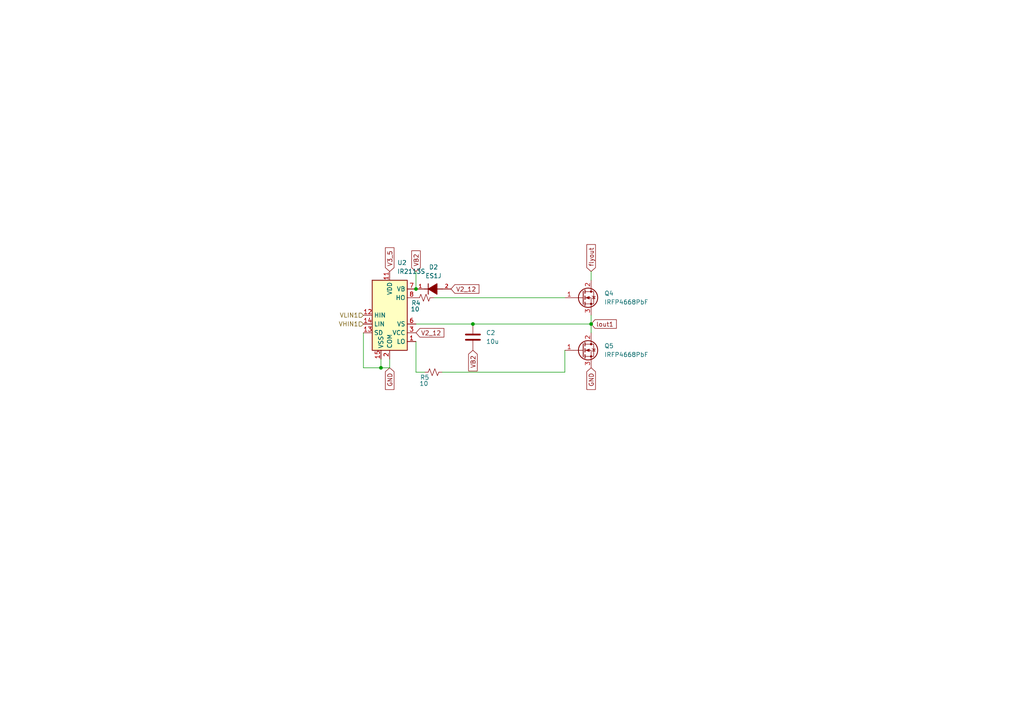
<source format=kicad_sch>
(kicad_sch
	(version 20231120)
	(generator "eeschema")
	(generator_version "8.0")
	(uuid "08e67e08-c9a3-4744-800e-c7fa87bafeb2")
	(paper "A4")
	(lib_symbols
		(symbol "Device:C"
			(pin_numbers hide)
			(pin_names
				(offset 0.254)
			)
			(exclude_from_sim no)
			(in_bom yes)
			(on_board yes)
			(property "Reference" "C"
				(at 0.635 2.54 0)
				(effects
					(font
						(size 1.27 1.27)
					)
					(justify left)
				)
			)
			(property "Value" "C"
				(at 0.635 -2.54 0)
				(effects
					(font
						(size 1.27 1.27)
					)
					(justify left)
				)
			)
			(property "Footprint" ""
				(at 0.9652 -3.81 0)
				(effects
					(font
						(size 1.27 1.27)
					)
					(hide yes)
				)
			)
			(property "Datasheet" "~"
				(at 0 0 0)
				(effects
					(font
						(size 1.27 1.27)
					)
					(hide yes)
				)
			)
			(property "Description" "Unpolarized capacitor"
				(at 0 0 0)
				(effects
					(font
						(size 1.27 1.27)
					)
					(hide yes)
				)
			)
			(property "ki_keywords" "cap capacitor"
				(at 0 0 0)
				(effects
					(font
						(size 1.27 1.27)
					)
					(hide yes)
				)
			)
			(property "ki_fp_filters" "C_*"
				(at 0 0 0)
				(effects
					(font
						(size 1.27 1.27)
					)
					(hide yes)
				)
			)
			(symbol "C_0_1"
				(polyline
					(pts
						(xy -2.032 -0.762) (xy 2.032 -0.762)
					)
					(stroke
						(width 0.508)
						(type default)
					)
					(fill
						(type none)
					)
				)
				(polyline
					(pts
						(xy -2.032 0.762) (xy 2.032 0.762)
					)
					(stroke
						(width 0.508)
						(type default)
					)
					(fill
						(type none)
					)
				)
			)
			(symbol "C_1_1"
				(pin passive line
					(at 0 3.81 270)
					(length 2.794)
					(name "~"
						(effects
							(font
								(size 1.27 1.27)
							)
						)
					)
					(number "1"
						(effects
							(font
								(size 1.27 1.27)
							)
						)
					)
				)
				(pin passive line
					(at 0 -3.81 90)
					(length 2.794)
					(name "~"
						(effects
							(font
								(size 1.27 1.27)
							)
						)
					)
					(number "2"
						(effects
							(font
								(size 1.27 1.27)
							)
						)
					)
				)
			)
		)
		(symbol "Device:R_Small_US"
			(pin_numbers hide)
			(pin_names
				(offset 0.254) hide)
			(exclude_from_sim no)
			(in_bom yes)
			(on_board yes)
			(property "Reference" "R"
				(at 0.762 0.508 0)
				(effects
					(font
						(size 1.27 1.27)
					)
					(justify left)
				)
			)
			(property "Value" "R_Small_US"
				(at 0.762 -1.016 0)
				(effects
					(font
						(size 1.27 1.27)
					)
					(justify left)
				)
			)
			(property "Footprint" ""
				(at 0 0 0)
				(effects
					(font
						(size 1.27 1.27)
					)
					(hide yes)
				)
			)
			(property "Datasheet" "~"
				(at 0 0 0)
				(effects
					(font
						(size 1.27 1.27)
					)
					(hide yes)
				)
			)
			(property "Description" "Resistor, small US symbol"
				(at 0 0 0)
				(effects
					(font
						(size 1.27 1.27)
					)
					(hide yes)
				)
			)
			(property "ki_keywords" "r resistor"
				(at 0 0 0)
				(effects
					(font
						(size 1.27 1.27)
					)
					(hide yes)
				)
			)
			(property "ki_fp_filters" "R_*"
				(at 0 0 0)
				(effects
					(font
						(size 1.27 1.27)
					)
					(hide yes)
				)
			)
			(symbol "R_Small_US_1_1"
				(polyline
					(pts
						(xy 0 0) (xy 1.016 -0.381) (xy 0 -0.762) (xy -1.016 -1.143) (xy 0 -1.524)
					)
					(stroke
						(width 0)
						(type default)
					)
					(fill
						(type none)
					)
				)
				(polyline
					(pts
						(xy 0 1.524) (xy 1.016 1.143) (xy 0 0.762) (xy -1.016 0.381) (xy 0 0)
					)
					(stroke
						(width 0)
						(type default)
					)
					(fill
						(type none)
					)
				)
				(pin passive line
					(at 0 2.54 270)
					(length 1.016)
					(name "~"
						(effects
							(font
								(size 1.27 1.27)
							)
						)
					)
					(number "1"
						(effects
							(font
								(size 1.27 1.27)
							)
						)
					)
				)
				(pin passive line
					(at 0 -2.54 90)
					(length 1.016)
					(name "~"
						(effects
							(font
								(size 1.27 1.27)
							)
						)
					)
					(number "2"
						(effects
							(font
								(size 1.27 1.27)
							)
						)
					)
				)
			)
		)
		(symbol "Driver_FET:IR2113S"
			(exclude_from_sim no)
			(in_bom yes)
			(on_board yes)
			(property "Reference" "U"
				(at 1.27 13.335 0)
				(effects
					(font
						(size 1.27 1.27)
					)
					(justify left)
				)
			)
			(property "Value" "IR2113S"
				(at 1.27 11.43 0)
				(effects
					(font
						(size 1.27 1.27)
					)
					(justify left)
				)
			)
			(property "Footprint" "Package_SO:SOIC-16W_7.5x10.3mm_P1.27mm"
				(at 0 0 0)
				(effects
					(font
						(size 1.27 1.27)
						(italic yes)
					)
					(hide yes)
				)
			)
			(property "Datasheet" "https://www.infineon.com/dgdl/ir2110.pdf?fileId=5546d462533600a4015355c80333167e"
				(at 0 0 0)
				(effects
					(font
						(size 1.27 1.27)
					)
					(hide yes)
				)
			)
			(property "Description" "High and Low Side Driver, 500V, 2.0/2.0A, SOIC-16W"
				(at 0 0 0)
				(effects
					(font
						(size 1.27 1.27)
					)
					(hide yes)
				)
			)
			(property "ki_keywords" "Gate Driver"
				(at 0 0 0)
				(effects
					(font
						(size 1.27 1.27)
					)
					(hide yes)
				)
			)
			(property "ki_fp_filters" "SOIC*7.5x10.3mm*P1.27mm*"
				(at 0 0 0)
				(effects
					(font
						(size 1.27 1.27)
					)
					(hide yes)
				)
			)
			(symbol "IR2113S_0_1"
				(rectangle
					(start -5.08 -10.16)
					(end 5.08 10.16)
					(stroke
						(width 0.254)
						(type default)
					)
					(fill
						(type background)
					)
				)
			)
			(symbol "IR2113S_1_1"
				(pin output line
					(at 7.62 -7.62 180)
					(length 2.54)
					(name "LO"
						(effects
							(font
								(size 1.27 1.27)
							)
						)
					)
					(number "1"
						(effects
							(font
								(size 1.27 1.27)
							)
						)
					)
				)
				(pin no_connect line
					(at 5.08 2.54 180)
					(length 2.54) hide
					(name "NC"
						(effects
							(font
								(size 1.27 1.27)
							)
						)
					)
					(number "10"
						(effects
							(font
								(size 1.27 1.27)
							)
						)
					)
				)
				(pin power_in line
					(at 0 12.7 270)
					(length 2.54)
					(name "VDD"
						(effects
							(font
								(size 1.27 1.27)
							)
						)
					)
					(number "11"
						(effects
							(font
								(size 1.27 1.27)
							)
						)
					)
				)
				(pin input line
					(at -7.62 0 0)
					(length 2.54)
					(name "HIN"
						(effects
							(font
								(size 1.27 1.27)
							)
						)
					)
					(number "12"
						(effects
							(font
								(size 1.27 1.27)
							)
						)
					)
				)
				(pin input line
					(at -7.62 -5.08 0)
					(length 2.54)
					(name "SD"
						(effects
							(font
								(size 1.27 1.27)
							)
						)
					)
					(number "13"
						(effects
							(font
								(size 1.27 1.27)
							)
						)
					)
				)
				(pin input line
					(at -7.62 -2.54 0)
					(length 2.54)
					(name "LIN"
						(effects
							(font
								(size 1.27 1.27)
							)
						)
					)
					(number "14"
						(effects
							(font
								(size 1.27 1.27)
							)
						)
					)
				)
				(pin power_in line
					(at -2.54 -12.7 90)
					(length 2.54)
					(name "VSS"
						(effects
							(font
								(size 1.27 1.27)
							)
						)
					)
					(number "15"
						(effects
							(font
								(size 1.27 1.27)
							)
						)
					)
				)
				(pin no_connect line
					(at 5.08 0 180)
					(length 2.54) hide
					(name "NC"
						(effects
							(font
								(size 1.27 1.27)
							)
						)
					)
					(number "16"
						(effects
							(font
								(size 1.27 1.27)
							)
						)
					)
				)
				(pin power_in line
					(at 0 -12.7 90)
					(length 2.54)
					(name "COM"
						(effects
							(font
								(size 1.27 1.27)
							)
						)
					)
					(number "2"
						(effects
							(font
								(size 1.27 1.27)
							)
						)
					)
				)
				(pin power_in line
					(at 7.62 -5.08 180)
					(length 2.54)
					(name "VCC"
						(effects
							(font
								(size 1.27 1.27)
							)
						)
					)
					(number "3"
						(effects
							(font
								(size 1.27 1.27)
							)
						)
					)
				)
				(pin no_connect line
					(at -5.08 7.62 0)
					(length 2.54) hide
					(name "NC"
						(effects
							(font
								(size 1.27 1.27)
							)
						)
					)
					(number "4"
						(effects
							(font
								(size 1.27 1.27)
							)
						)
					)
				)
				(pin no_connect line
					(at -5.08 5.08 0)
					(length 2.54) hide
					(name "NC"
						(effects
							(font
								(size 1.27 1.27)
							)
						)
					)
					(number "5"
						(effects
							(font
								(size 1.27 1.27)
							)
						)
					)
				)
				(pin passive line
					(at 7.62 -2.54 180)
					(length 2.54)
					(name "VS"
						(effects
							(font
								(size 1.27 1.27)
							)
						)
					)
					(number "6"
						(effects
							(font
								(size 1.27 1.27)
							)
						)
					)
				)
				(pin passive line
					(at 7.62 7.62 180)
					(length 2.54)
					(name "VB"
						(effects
							(font
								(size 1.27 1.27)
							)
						)
					)
					(number "7"
						(effects
							(font
								(size 1.27 1.27)
							)
						)
					)
				)
				(pin output line
					(at 7.62 5.08 180)
					(length 2.54)
					(name "HO"
						(effects
							(font
								(size 1.27 1.27)
							)
						)
					)
					(number "8"
						(effects
							(font
								(size 1.27 1.27)
							)
						)
					)
				)
				(pin no_connect line
					(at -5.08 2.54 0)
					(length 2.54) hide
					(name "NC"
						(effects
							(font
								(size 1.27 1.27)
							)
						)
					)
					(number "9"
						(effects
							(font
								(size 1.27 1.27)
							)
						)
					)
				)
			)
		)
		(symbol "ES1J:ES1J"
			(pin_names
				(offset 1.016)
			)
			(exclude_from_sim no)
			(in_bom yes)
			(on_board yes)
			(property "Reference" "D"
				(at 6.096 -5.08 0)
				(effects
					(font
						(size 1.27 1.27)
					)
					(justify left bottom)
				)
			)
			(property "Value" "ES1J"
				(at 6.096 -7.62 0)
				(effects
					(font
						(size 1.27 1.27)
					)
					(justify left bottom)
				)
			)
			(property "Footprint" "ES1J:DIOM5227X250N"
				(at 0 0 0)
				(effects
					(font
						(size 1.27 1.27)
					)
					(justify bottom)
					(hide yes)
				)
			)
			(property "Datasheet" ""
				(at 0 0 0)
				(effects
					(font
						(size 1.27 1.27)
					)
					(hide yes)
				)
			)
			(property "Description" ""
				(at 0 0 0)
				(effects
					(font
						(size 1.27 1.27)
					)
					(hide yes)
				)
			)
			(property "SnapEDA_Link" "https://www.snapeda.com/parts/ES1J/Onsemi/view-part/?ref=snap"
				(at 0 0 0)
				(effects
					(font
						(size 1.27 1.27)
					)
					(justify bottom)
					(hide yes)
				)
			)
			(property "E" "2.725"
				(at 0 0 0)
				(effects
					(font
						(size 1.27 1.27)
					)
					(justify bottom)
					(hide yes)
				)
			)
			(property "D" "5.2"
				(at 0 0 0)
				(effects
					(font
						(size 1.27 1.27)
					)
					(justify bottom)
					(hide yes)
				)
			)
			(property "FAMILY" "diode"
				(at 0 0 0)
				(effects
					(font
						(size 1.27 1.27)
					)
					(justify bottom)
					(hide yes)
				)
			)
			(property "Package" "SMA-2 ON Semiconductor"
				(at 0 0 0)
				(effects
					(font
						(size 1.27 1.27)
					)
					(justify bottom)
					(hide yes)
				)
			)
			(property "b-" "0.225"
				(at 0 0 0)
				(effects
					(font
						(size 1.27 1.27)
					)
					(justify bottom)
					(hide yes)
				)
			)
			(property "L-" "0.385"
				(at 0 0 0)
				(effects
					(font
						(size 1.27 1.27)
					)
					(justify bottom)
					(hide yes)
				)
			)
			(property "Check_prices" "https://www.snapeda.com/parts/ES1J/Onsemi/view-part/?ref=eda"
				(at 0 0 0)
				(effects
					(font
						(size 1.27 1.27)
					)
					(justify bottom)
					(hide yes)
				)
			)
			(property "L" "1.135"
				(at 0 0 0)
				(effects
					(font
						(size 1.27 1.27)
					)
					(justify bottom)
					(hide yes)
				)
			)
			(property "STANDARD" "IPC-7351B"
				(at 0 0 0)
				(effects
					(font
						(size 1.27 1.27)
					)
					(justify bottom)
					(hide yes)
				)
			)
			(property "PARTREV" "Rev. 2"
				(at 0 0 0)
				(effects
					(font
						(size 1.27 1.27)
					)
					(justify bottom)
					(hide yes)
				)
			)
			(property "MF" "ON Semiconductor"
				(at 0 0 0)
				(effects
					(font
						(size 1.27 1.27)
					)
					(justify bottom)
					(hide yes)
				)
			)
			(property "b NOM" "1.425"
				(at 0 0 0)
				(effects
					(font
						(size 1.27 1.27)
					)
					(justify bottom)
					(hide yes)
				)
			)
			(property "L+" "0.385"
				(at 0 0 0)
				(effects
					(font
						(size 1.27 1.27)
					)
					(justify bottom)
					(hide yes)
				)
			)
			(property "b+" "0.225"
				(at 0 0 0)
				(effects
					(font
						(size 1.27 1.27)
					)
					(justify bottom)
					(hide yes)
				)
			)
			(property "D+" "0.4"
				(at 0 0 0)
				(effects
					(font
						(size 1.27 1.27)
					)
					(justify bottom)
					(hide yes)
				)
			)
			(property "E-" "0.225"
				(at 0 0 0)
				(effects
					(font
						(size 1.27 1.27)
					)
					(justify bottom)
					(hide yes)
				)
			)
			(property "D-" "0.4"
				(at 0 0 0)
				(effects
					(font
						(size 1.27 1.27)
					)
					(justify bottom)
					(hide yes)
				)
			)
			(property "LENGTH NOM" "4.375"
				(at 0 0 0)
				(effects
					(font
						(size 1.27 1.27)
					)
					(justify bottom)
					(hide yes)
				)
			)
			(property "MAXIMUM_PACKAGE_HEIGHT" "2.5 mm"
				(at 0 0 0)
				(effects
					(font
						(size 1.27 1.27)
					)
					(justify bottom)
					(hide yes)
				)
			)
			(property "E+" "0.225"
				(at 0 0 0)
				(effects
					(font
						(size 1.27 1.27)
					)
					(justify bottom)
					(hide yes)
				)
			)
			(property "HEIGHT" "2.5"
				(at 0 0 0)
				(effects
					(font
						(size 1.27 1.27)
					)
					(justify bottom)
					(hide yes)
				)
			)
			(property "Price" "None"
				(at 0 0 0)
				(effects
					(font
						(size 1.27 1.27)
					)
					(justify bottom)
					(hide yes)
				)
			)
			(property "Description_1" "\n                        \n                            Diode Standard 600 V 1A Surface Mount DO-214AD (SMAF)\n                        \n"
				(at 0 0 0)
				(effects
					(font
						(size 1.27 1.27)
					)
					(justify bottom)
					(hide yes)
				)
			)
			(property "MP" "ES1J"
				(at 0 0 0)
				(effects
					(font
						(size 1.27 1.27)
					)
					(justify bottom)
					(hide yes)
				)
			)
			(property "PITCH" "4.065"
				(at 0 0 0)
				(effects
					(font
						(size 1.27 1.27)
					)
					(justify bottom)
					(hide yes)
				)
			)
			(property "MANUFACTURER" "ON Semiconductor"
				(at 0 0 0)
				(effects
					(font
						(size 1.27 1.27)
					)
					(justify bottom)
					(hide yes)
				)
			)
			(property "Availability" "In Stock"
				(at 0 0 0)
				(effects
					(font
						(size 1.27 1.27)
					)
					(justify bottom)
					(hide yes)
				)
			)
			(symbol "ES1J_0_0"
				(polyline
					(pts
						(xy 2.54 -6.096) (xy 2.54 -7.62)
					)
					(stroke
						(width 0.254)
						(type default)
					)
					(fill
						(type none)
					)
				)
				(polyline
					(pts
						(xy 2.54 -2.54) (xy 2.54 -3.556)
					)
					(stroke
						(width 0.254)
						(type default)
					)
					(fill
						(type none)
					)
				)
				(polyline
					(pts
						(xy 4.064 -3.556) (xy 1.016 -3.556)
					)
					(stroke
						(width 0.254)
						(type default)
					)
					(fill
						(type none)
					)
				)
				(polyline
					(pts
						(xy 2.54 -3.556) (xy 1.016 -6.096) (xy 4.064 -6.096) (xy 2.54 -3.556)
					)
					(stroke
						(width 0.254)
						(type default)
					)
					(fill
						(type outline)
					)
				)
				(pin passive line
					(at 2.54 0 270)
					(length 2.54)
					(name "~"
						(effects
							(font
								(size 1.016 1.016)
							)
						)
					)
					(number "1"
						(effects
							(font
								(size 1.016 1.016)
							)
						)
					)
				)
				(pin passive line
					(at 2.54 -10.16 90)
					(length 2.54)
					(name "~"
						(effects
							(font
								(size 1.016 1.016)
							)
						)
					)
					(number "2"
						(effects
							(font
								(size 1.016 1.016)
							)
						)
					)
				)
			)
		)
		(symbol "Transistor_FET:IRFP4668PbF"
			(pin_names hide)
			(exclude_from_sim no)
			(in_bom yes)
			(on_board yes)
			(property "Reference" "Q"
				(at 5.08 1.905 0)
				(effects
					(font
						(size 1.27 1.27)
					)
					(justify left)
				)
			)
			(property "Value" "IRFP4668PbF"
				(at 5.08 0 0)
				(effects
					(font
						(size 1.27 1.27)
					)
					(justify left)
				)
			)
			(property "Footprint" "Package_TO_SOT_THT:TO-247-3_Vertical"
				(at 5.08 -1.905 0)
				(effects
					(font
						(size 1.27 1.27)
						(italic yes)
					)
					(justify left)
					(hide yes)
				)
			)
			(property "Datasheet" "https://www.infineon.com/dgdl/irfp4668pbf.pdf?fileId=5546d462533600a40153562c8528201d"
				(at 5.08 -3.81 0)
				(effects
					(font
						(size 1.27 1.27)
					)
					(justify left)
					(hide yes)
				)
			)
			(property "Description" "130A Id, 200V Vds, N-Channel Power MOSFET, TO-247"
				(at 0 0 0)
				(effects
					(font
						(size 1.27 1.27)
					)
					(hide yes)
				)
			)
			(property "ki_keywords" "N-Channel Power MOSFET"
				(at 0 0 0)
				(effects
					(font
						(size 1.27 1.27)
					)
					(hide yes)
				)
			)
			(property "ki_fp_filters" "TO?247*"
				(at 0 0 0)
				(effects
					(font
						(size 1.27 1.27)
					)
					(hide yes)
				)
			)
			(symbol "IRFP4668PbF_0_1"
				(polyline
					(pts
						(xy 0.254 0) (xy -2.54 0)
					)
					(stroke
						(width 0)
						(type default)
					)
					(fill
						(type none)
					)
				)
				(polyline
					(pts
						(xy 0.254 1.905) (xy 0.254 -1.905)
					)
					(stroke
						(width 0.254)
						(type default)
					)
					(fill
						(type none)
					)
				)
				(polyline
					(pts
						(xy 0.762 -1.27) (xy 0.762 -2.286)
					)
					(stroke
						(width 0.254)
						(type default)
					)
					(fill
						(type none)
					)
				)
				(polyline
					(pts
						(xy 0.762 0.508) (xy 0.762 -0.508)
					)
					(stroke
						(width 0.254)
						(type default)
					)
					(fill
						(type none)
					)
				)
				(polyline
					(pts
						(xy 0.762 2.286) (xy 0.762 1.27)
					)
					(stroke
						(width 0.254)
						(type default)
					)
					(fill
						(type none)
					)
				)
				(polyline
					(pts
						(xy 2.54 2.54) (xy 2.54 1.778)
					)
					(stroke
						(width 0)
						(type default)
					)
					(fill
						(type none)
					)
				)
				(polyline
					(pts
						(xy 2.54 -2.54) (xy 2.54 0) (xy 0.762 0)
					)
					(stroke
						(width 0)
						(type default)
					)
					(fill
						(type none)
					)
				)
				(polyline
					(pts
						(xy 0.762 -1.778) (xy 3.302 -1.778) (xy 3.302 1.778) (xy 0.762 1.778)
					)
					(stroke
						(width 0)
						(type default)
					)
					(fill
						(type none)
					)
				)
				(polyline
					(pts
						(xy 1.016 0) (xy 2.032 0.381) (xy 2.032 -0.381) (xy 1.016 0)
					)
					(stroke
						(width 0)
						(type default)
					)
					(fill
						(type outline)
					)
				)
				(polyline
					(pts
						(xy 2.794 0.508) (xy 2.921 0.381) (xy 3.683 0.381) (xy 3.81 0.254)
					)
					(stroke
						(width 0)
						(type default)
					)
					(fill
						(type none)
					)
				)
				(polyline
					(pts
						(xy 3.302 0.381) (xy 2.921 -0.254) (xy 3.683 -0.254) (xy 3.302 0.381)
					)
					(stroke
						(width 0)
						(type default)
					)
					(fill
						(type none)
					)
				)
				(circle
					(center 1.651 0)
					(radius 2.794)
					(stroke
						(width 0.254)
						(type default)
					)
					(fill
						(type none)
					)
				)
				(circle
					(center 2.54 -1.778)
					(radius 0.254)
					(stroke
						(width 0)
						(type default)
					)
					(fill
						(type outline)
					)
				)
				(circle
					(center 2.54 1.778)
					(radius 0.254)
					(stroke
						(width 0)
						(type default)
					)
					(fill
						(type outline)
					)
				)
			)
			(symbol "IRFP4668PbF_1_1"
				(pin input line
					(at -5.08 0 0)
					(length 2.54)
					(name "G"
						(effects
							(font
								(size 1.27 1.27)
							)
						)
					)
					(number "1"
						(effects
							(font
								(size 1.27 1.27)
							)
						)
					)
				)
				(pin passive line
					(at 2.54 5.08 270)
					(length 2.54)
					(name "D"
						(effects
							(font
								(size 1.27 1.27)
							)
						)
					)
					(number "2"
						(effects
							(font
								(size 1.27 1.27)
							)
						)
					)
				)
				(pin passive line
					(at 2.54 -5.08 90)
					(length 2.54)
					(name "S"
						(effects
							(font
								(size 1.27 1.27)
							)
						)
					)
					(number "3"
						(effects
							(font
								(size 1.27 1.27)
							)
						)
					)
				)
			)
		)
	)
	(junction
		(at 171.45 93.98)
		(diameter 0)
		(color 0 0 0 0)
		(uuid "15b1fed1-58e2-405b-a198-7b28085cfea2")
	)
	(junction
		(at 110.49 106.68)
		(diameter 0)
		(color 0 0 0 0)
		(uuid "a19fc2a4-241e-436b-b69c-bc1740731a05")
	)
	(junction
		(at 120.65 83.82)
		(diameter 0)
		(color 0 0 0 0)
		(uuid "a6c136a0-1d05-4d42-bc22-3943267b7f13")
	)
	(junction
		(at 137.16 93.98)
		(diameter 0)
		(color 0 0 0 0)
		(uuid "c5e337ac-f9f0-4931-baed-72733ddc1ca0")
	)
	(wire
		(pts
			(xy 171.45 93.98) (xy 171.45 96.52)
		)
		(stroke
			(width 0)
			(type default)
		)
		(uuid "18554665-7d02-4023-bff7-9e7ac1340171")
	)
	(wire
		(pts
			(xy 110.49 104.14) (xy 110.49 106.68)
		)
		(stroke
			(width 0)
			(type default)
		)
		(uuid "22581ada-d0ac-42b0-9f8a-8bc65fe5a4c7")
	)
	(wire
		(pts
			(xy 171.45 78.74) (xy 171.45 81.28)
		)
		(stroke
			(width 0)
			(type default)
		)
		(uuid "25014055-9ac3-4e58-8892-64b1dde409c2")
	)
	(wire
		(pts
			(xy 163.83 107.95) (xy 163.83 101.6)
		)
		(stroke
			(width 0)
			(type default)
		)
		(uuid "3780d0c5-d686-4d63-ac54-e9f8f065f6fc")
	)
	(wire
		(pts
			(xy 120.65 93.98) (xy 137.16 93.98)
		)
		(stroke
			(width 0)
			(type default)
		)
		(uuid "395bd278-c4ac-4993-916b-db18b2bc568e")
	)
	(wire
		(pts
			(xy 110.49 106.68) (xy 113.03 106.68)
		)
		(stroke
			(width 0)
			(type default)
		)
		(uuid "3f6e1126-118b-45d6-b721-81e95faa1100")
	)
	(wire
		(pts
			(xy 105.41 106.68) (xy 110.49 106.68)
		)
		(stroke
			(width 0)
			(type default)
		)
		(uuid "4e8d4f51-104a-451f-93f7-a3b42f0ea153")
	)
	(wire
		(pts
			(xy 120.65 107.95) (xy 123.19 107.95)
		)
		(stroke
			(width 0)
			(type default)
		)
		(uuid "52cb495b-3d42-485a-82cb-4e29cb6b156d")
	)
	(wire
		(pts
			(xy 137.16 93.98) (xy 171.45 93.98)
		)
		(stroke
			(width 0)
			(type default)
		)
		(uuid "6c46fa4b-9c68-407b-a332-68eee2143381")
	)
	(wire
		(pts
			(xy 120.65 99.06) (xy 120.65 107.95)
		)
		(stroke
			(width 0)
			(type default)
		)
		(uuid "7aed5f51-ffa0-4ded-a470-db42f8ca8ca7")
	)
	(wire
		(pts
			(xy 105.41 96.52) (xy 105.41 106.68)
		)
		(stroke
			(width 0)
			(type default)
		)
		(uuid "8a9297be-8ce2-4020-bdef-5d3808e3ec33")
	)
	(wire
		(pts
			(xy 120.65 78.74) (xy 120.65 83.82)
		)
		(stroke
			(width 0)
			(type default)
		)
		(uuid "9f986cf4-782d-4db9-b4fa-dd95dfacf37e")
	)
	(wire
		(pts
			(xy 128.27 107.95) (xy 163.83 107.95)
		)
		(stroke
			(width 0)
			(type default)
		)
		(uuid "bf92dc03-c9ae-4a24-8480-5e9c2b5060e7")
	)
	(wire
		(pts
			(xy 113.03 106.68) (xy 113.03 104.14)
		)
		(stroke
			(width 0)
			(type default)
		)
		(uuid "ca4638bc-e15b-4e1f-8ba6-a567dd58a9ac")
	)
	(wire
		(pts
			(xy 171.45 91.44) (xy 171.45 93.98)
		)
		(stroke
			(width 0)
			(type default)
		)
		(uuid "dee7d5a5-8cfe-445a-ab67-8f7226ca53a2")
	)
	(wire
		(pts
			(xy 125.73 86.36) (xy 163.83 86.36)
		)
		(stroke
			(width 0)
			(type default)
		)
		(uuid "e177dbce-0ee9-4455-b7e9-3e2e478b09ea")
	)
	(global_label "GND"
		(shape input)
		(at 171.45 106.68 270)
		(fields_autoplaced yes)
		(effects
			(font
				(size 1.27 1.27)
			)
			(justify right)
		)
		(uuid "58736753-be05-41f2-8bde-d1941a010d72")
		(property "Intersheetrefs" "${INTERSHEET_REFS}"
			(at 171.45 113.5357 90)
			(effects
				(font
					(size 1.27 1.27)
				)
				(justify right)
				(hide yes)
			)
		)
	)
	(global_label "flyout"
		(shape input)
		(at 171.45 78.74 90)
		(fields_autoplaced yes)
		(effects
			(font
				(size 1.27 1.27)
			)
			(justify left)
		)
		(uuid "6d5ad6d6-ee6e-47e1-a7bb-4367c3294bd1")
		(property "Intersheetrefs" "${INTERSHEET_REFS}"
			(at 171.45 70.3726 90)
			(effects
				(font
					(size 1.27 1.27)
				)
				(justify left)
				(hide yes)
			)
		)
	)
	(global_label "lout1"
		(shape input)
		(at 171.45 93.98 0)
		(fields_autoplaced yes)
		(effects
			(font
				(size 1.27 1.27)
			)
			(justify left)
		)
		(uuid "7059df64-3fab-4a10-8ec7-88419a9bdff6")
		(property "Intersheetrefs" "${INTERSHEET_REFS}"
			(at 179.3336 93.98 0)
			(effects
				(font
					(size 1.27 1.27)
				)
				(justify left)
				(hide yes)
			)
		)
	)
	(global_label "VB2"
		(shape input)
		(at 137.16 101.6 270)
		(fields_autoplaced yes)
		(effects
			(font
				(size 1.27 1.27)
			)
			(justify right)
		)
		(uuid "77f54495-4f19-4c02-8a3b-a123f01b829f")
		(property "Intersheetrefs" "${INTERSHEET_REFS}"
			(at 137.16 108.1533 90)
			(effects
				(font
					(size 1.27 1.27)
				)
				(justify right)
				(hide yes)
			)
		)
	)
	(global_label "V2_12"
		(shape input)
		(at 120.65 96.52 0)
		(fields_autoplaced yes)
		(effects
			(font
				(size 1.27 1.27)
			)
			(justify left)
		)
		(uuid "7cd9a84e-ec72-43c3-936c-3d551d8164b3")
		(property "Intersheetrefs" "${INTERSHEET_REFS}"
			(at 129.3199 96.52 0)
			(effects
				(font
					(size 1.27 1.27)
				)
				(justify left)
				(hide yes)
			)
		)
	)
	(global_label "GND"
		(shape input)
		(at 113.03 106.68 270)
		(fields_autoplaced yes)
		(effects
			(font
				(size 1.27 1.27)
			)
			(justify right)
		)
		(uuid "95af2d27-c1e1-4580-9dc8-7bbde8be34d8")
		(property "Intersheetrefs" "${INTERSHEET_REFS}"
			(at 113.03 113.5357 90)
			(effects
				(font
					(size 1.27 1.27)
				)
				(justify right)
				(hide yes)
			)
		)
	)
	(global_label "V3_5"
		(shape input)
		(at 113.03 78.74 90)
		(fields_autoplaced yes)
		(effects
			(font
				(size 1.27 1.27)
			)
			(justify left)
		)
		(uuid "9c9b0c29-bbf2-4c7c-8f0e-66380360910d")
		(property "Intersheetrefs" "${INTERSHEET_REFS}"
			(at 113.03 71.2796 90)
			(effects
				(font
					(size 1.27 1.27)
				)
				(justify left)
				(hide yes)
			)
		)
	)
	(global_label "VB2"
		(shape input)
		(at 120.65 78.74 90)
		(fields_autoplaced yes)
		(effects
			(font
				(size 1.27 1.27)
			)
			(justify left)
		)
		(uuid "b6763511-2512-4d61-aa37-ebf212edd475")
		(property "Intersheetrefs" "${INTERSHEET_REFS}"
			(at 120.65 72.1867 90)
			(effects
				(font
					(size 1.27 1.27)
				)
				(justify left)
				(hide yes)
			)
		)
	)
	(global_label "V2_12"
		(shape input)
		(at 130.81 83.82 0)
		(fields_autoplaced yes)
		(effects
			(font
				(size 1.27 1.27)
			)
			(justify left)
		)
		(uuid "c2235518-ea21-4a6a-811f-29cbed45b606")
		(property "Intersheetrefs" "${INTERSHEET_REFS}"
			(at 139.4799 83.82 0)
			(effects
				(font
					(size 1.27 1.27)
				)
				(justify left)
				(hide yes)
			)
		)
	)
	(hierarchical_label "VLIN1"
		(shape input)
		(at 105.41 91.44 180)
		(fields_autoplaced yes)
		(effects
			(font
				(size 1.27 1.27)
			)
			(justify right)
		)
		(uuid "cb10e4e6-a1cf-4eeb-99f0-734a31f270cf")
	)
	(hierarchical_label "VHIN1"
		(shape input)
		(at 105.41 93.98 180)
		(fields_autoplaced yes)
		(effects
			(font
				(size 1.27 1.27)
			)
			(justify right)
		)
		(uuid "cd335555-fdce-49f8-b1de-54c4bcf83848")
	)
	(symbol
		(lib_id "Device:R_Small_US")
		(at 125.73 107.95 90)
		(unit 1)
		(exclude_from_sim no)
		(in_bom yes)
		(on_board yes)
		(dnp no)
		(uuid "04e6b4bf-f64e-4b0f-b8b0-756a95821934")
		(property "Reference" "R5"
			(at 123.19 109.474 90)
			(effects
				(font
					(size 1.27 1.27)
				)
			)
		)
		(property "Value" "10"
			(at 122.936 111.252 90)
			(effects
				(font
					(size 1.27 1.27)
				)
			)
		)
		(property "Footprint" "Resistor_SMD:R_0805_2012Metric"
			(at 125.73 107.95 0)
			(effects
				(font
					(size 1.27 1.27)
				)
				(hide yes)
			)
		)
		(property "Datasheet" "~"
			(at 125.73 107.95 0)
			(effects
				(font
					(size 1.27 1.27)
				)
				(hide yes)
			)
		)
		(property "Description" "Resistor, small US symbol"
			(at 125.73 107.95 0)
			(effects
				(font
					(size 1.27 1.27)
				)
				(hide yes)
			)
		)
		(pin "2"
			(uuid "d0d74f21-7a60-4841-be0d-b7a5d4504c26")
		)
		(pin "1"
			(uuid "0b1fa594-e086-49ee-b160-78f9d11d1cf1")
		)
		(instances
			(project ""
				(path "/edf94242-0cdc-4580-8fae-fd56a0fef1a3/e7939abf-f3c7-4c3c-afa8-080c8db56da1/ff65111a-30bc-4c3a-97e3-daa4c79b2ece"
					(reference "R5")
					(unit 1)
				)
			)
		)
	)
	(symbol
		(lib_id "Transistor_FET:IRFP4668PbF")
		(at 168.91 101.6 0)
		(unit 1)
		(exclude_from_sim no)
		(in_bom yes)
		(on_board yes)
		(dnp no)
		(fields_autoplaced yes)
		(uuid "0846202f-f385-4c45-bd42-cb32e316f2f1")
		(property "Reference" "Q5"
			(at 175.26 100.3299 0)
			(effects
				(font
					(size 1.27 1.27)
				)
				(justify left)
			)
		)
		(property "Value" "IRFP4668PbF"
			(at 175.26 102.8699 0)
			(effects
				(font
					(size 1.27 1.27)
				)
				(justify left)
			)
		)
		(property "Footprint" "Package_TO_SOT_SMD:SC-59_Handsoldering"
			(at 173.99 103.505 0)
			(effects
				(font
					(size 1.27 1.27)
					(italic yes)
				)
				(justify left)
				(hide yes)
			)
		)
		(property "Datasheet" "https://www.infineon.com/dgdl/irfp4668pbf.pdf?fileId=5546d462533600a40153562c8528201d"
			(at 173.99 105.41 0)
			(effects
				(font
					(size 1.27 1.27)
				)
				(justify left)
				(hide yes)
			)
		)
		(property "Description" "130A Id, 200V Vds, N-Channel Power MOSFET, TO-247"
			(at 168.91 101.6 0)
			(effects
				(font
					(size 1.27 1.27)
				)
				(hide yes)
			)
		)
		(pin "1"
			(uuid "63864eb1-8508-4dad-a013-4c6b4826d191")
		)
		(pin "2"
			(uuid "cd57cb15-bf47-45dc-a9b5-006b67c0d7f1")
		)
		(pin "3"
			(uuid "a460fe78-0e4e-4621-ac34-eb346c2065d4")
		)
		(instances
			(project ""
				(path "/edf94242-0cdc-4580-8fae-fd56a0fef1a3/e7939abf-f3c7-4c3c-afa8-080c8db56da1/ff65111a-30bc-4c3a-97e3-daa4c79b2ece"
					(reference "Q5")
					(unit 1)
				)
			)
		)
	)
	(symbol
		(lib_id "ES1J:ES1J")
		(at 120.65 86.36 90)
		(unit 1)
		(exclude_from_sim no)
		(in_bom yes)
		(on_board yes)
		(dnp no)
		(fields_autoplaced yes)
		(uuid "1577e2b7-1bcf-470f-bb31-7e9ec08f04f9")
		(property "Reference" "D2"
			(at 125.73 77.47 90)
			(effects
				(font
					(size 1.27 1.27)
				)
			)
		)
		(property "Value" "ES1J"
			(at 125.73 80.01 90)
			(effects
				(font
					(size 1.27 1.27)
				)
			)
		)
		(property "Footprint" "footprints:DIOM5227X250N"
			(at 120.65 86.36 0)
			(effects
				(font
					(size 1.27 1.27)
				)
				(justify bottom)
				(hide yes)
			)
		)
		(property "Datasheet" ""
			(at 120.65 86.36 0)
			(effects
				(font
					(size 1.27 1.27)
				)
				(hide yes)
			)
		)
		(property "Description" ""
			(at 120.65 86.36 0)
			(effects
				(font
					(size 1.27 1.27)
				)
				(hide yes)
			)
		)
		(property "SnapEDA_Link" "https://www.snapeda.com/parts/ES1J/Onsemi/view-part/?ref=snap"
			(at 120.65 86.36 0)
			(effects
				(font
					(size 1.27 1.27)
				)
				(justify bottom)
				(hide yes)
			)
		)
		(property "E" "2.725"
			(at 120.65 86.36 0)
			(effects
				(font
					(size 1.27 1.27)
				)
				(justify bottom)
				(hide yes)
			)
		)
		(property "D" "5.2"
			(at 120.65 86.36 0)
			(effects
				(font
					(size 1.27 1.27)
				)
				(justify bottom)
				(hide yes)
			)
		)
		(property "FAMILY" "diode"
			(at 120.65 86.36 0)
			(effects
				(font
					(size 1.27 1.27)
				)
				(justify bottom)
				(hide yes)
			)
		)
		(property "Package" "SMA-2 ON Semiconductor"
			(at 120.65 86.36 0)
			(effects
				(font
					(size 1.27 1.27)
				)
				(justify bottom)
				(hide yes)
			)
		)
		(property "b-" "0.225"
			(at 120.65 86.36 0)
			(effects
				(font
					(size 1.27 1.27)
				)
				(justify bottom)
				(hide yes)
			)
		)
		(property "L-" "0.385"
			(at 120.65 86.36 0)
			(effects
				(font
					(size 1.27 1.27)
				)
				(justify bottom)
				(hide yes)
			)
		)
		(property "Check_prices" "https://www.snapeda.com/parts/ES1J/Onsemi/view-part/?ref=eda"
			(at 120.65 86.36 0)
			(effects
				(font
					(size 1.27 1.27)
				)
				(justify bottom)
				(hide yes)
			)
		)
		(property "L" "1.135"
			(at 120.65 86.36 0)
			(effects
				(font
					(size 1.27 1.27)
				)
				(justify bottom)
				(hide yes)
			)
		)
		(property "STANDARD" "IPC-7351B"
			(at 120.65 86.36 0)
			(effects
				(font
					(size 1.27 1.27)
				)
				(justify bottom)
				(hide yes)
			)
		)
		(property "PARTREV" "Rev. 2"
			(at 120.65 86.36 0)
			(effects
				(font
					(size 1.27 1.27)
				)
				(justify bottom)
				(hide yes)
			)
		)
		(property "MF" "ON Semiconductor"
			(at 120.65 86.36 0)
			(effects
				(font
					(size 1.27 1.27)
				)
				(justify bottom)
				(hide yes)
			)
		)
		(property "b NOM" "1.425"
			(at 120.65 86.36 0)
			(effects
				(font
					(size 1.27 1.27)
				)
				(justify bottom)
				(hide yes)
			)
		)
		(property "L+" "0.385"
			(at 120.65 86.36 0)
			(effects
				(font
					(size 1.27 1.27)
				)
				(justify bottom)
				(hide yes)
			)
		)
		(property "b+" "0.225"
			(at 120.65 86.36 0)
			(effects
				(font
					(size 1.27 1.27)
				)
				(justify bottom)
				(hide yes)
			)
		)
		(property "D+" "0.4"
			(at 120.65 86.36 0)
			(effects
				(font
					(size 1.27 1.27)
				)
				(justify bottom)
				(hide yes)
			)
		)
		(property "E-" "0.225"
			(at 120.65 86.36 0)
			(effects
				(font
					(size 1.27 1.27)
				)
				(justify bottom)
				(hide yes)
			)
		)
		(property "D-" "0.4"
			(at 120.65 86.36 0)
			(effects
				(font
					(size 1.27 1.27)
				)
				(justify bottom)
				(hide yes)
			)
		)
		(property "LENGTH NOM" "4.375"
			(at 120.65 86.36 0)
			(effects
				(font
					(size 1.27 1.27)
				)
				(justify bottom)
				(hide yes)
			)
		)
		(property "MAXIMUM_PACKAGE_HEIGHT" "2.5 mm"
			(at 120.65 86.36 0)
			(effects
				(font
					(size 1.27 1.27)
				)
				(justify bottom)
				(hide yes)
			)
		)
		(property "E+" "0.225"
			(at 120.65 86.36 0)
			(effects
				(font
					(size 1.27 1.27)
				)
				(justify bottom)
				(hide yes)
			)
		)
		(property "HEIGHT" "2.5"
			(at 120.65 86.36 0)
			(effects
				(font
					(size 1.27 1.27)
				)
				(justify bottom)
				(hide yes)
			)
		)
		(property "Price" "None"
			(at 120.65 86.36 0)
			(effects
				(font
					(size 1.27 1.27)
				)
				(justify bottom)
				(hide yes)
			)
		)
		(property "Description_1" "\n                        \n                            Diode Standard 600 V 1A Surface Mount DO-214AD (SMAF)\n                        \n"
			(at 120.65 86.36 0)
			(effects
				(font
					(size 1.27 1.27)
				)
				(justify bottom)
				(hide yes)
			)
		)
		(property "MP" "ES1J"
			(at 120.65 86.36 0)
			(effects
				(font
					(size 1.27 1.27)
				)
				(justify bottom)
				(hide yes)
			)
		)
		(property "PITCH" "4.065"
			(at 120.65 86.36 0)
			(effects
				(font
					(size 1.27 1.27)
				)
				(justify bottom)
				(hide yes)
			)
		)
		(property "MANUFACTURER" "ON Semiconductor"
			(at 120.65 86.36 0)
			(effects
				(font
					(size 1.27 1.27)
				)
				(justify bottom)
				(hide yes)
			)
		)
		(property "Availability" "In Stock"
			(at 120.65 86.36 0)
			(effects
				(font
					(size 1.27 1.27)
				)
				(justify bottom)
				(hide yes)
			)
		)
		(pin "1"
			(uuid "fa36b9e5-8078-4184-95a8-234417db377a")
		)
		(pin "2"
			(uuid "e09cb5fd-d6d6-4300-97eb-de3d4a611a17")
		)
		(instances
			(project "doublebridgeright v6"
				(path "/edf94242-0cdc-4580-8fae-fd56a0fef1a3/e7939abf-f3c7-4c3c-afa8-080c8db56da1/ff65111a-30bc-4c3a-97e3-daa4c79b2ece"
					(reference "D2")
					(unit 1)
				)
			)
		)
	)
	(symbol
		(lib_id "Device:C")
		(at 137.16 97.79 0)
		(unit 1)
		(exclude_from_sim no)
		(in_bom yes)
		(on_board yes)
		(dnp no)
		(fields_autoplaced yes)
		(uuid "2fc9e9c0-9a64-4dd4-a654-72d2588fa860")
		(property "Reference" "C2"
			(at 140.97 96.5199 0)
			(effects
				(font
					(size 1.27 1.27)
				)
				(justify left)
			)
		)
		(property "Value" "10u"
			(at 140.97 99.0599 0)
			(effects
				(font
					(size 1.27 1.27)
				)
				(justify left)
			)
		)
		(property "Footprint" "Capacitor_SMD:C_1210_3225Metric"
			(at 138.1252 101.6 0)
			(effects
				(font
					(size 1.27 1.27)
				)
				(hide yes)
			)
		)
		(property "Datasheet" "~"
			(at 137.16 97.79 0)
			(effects
				(font
					(size 1.27 1.27)
				)
				(hide yes)
			)
		)
		(property "Description" "Unpolarized capacitor"
			(at 137.16 97.79 0)
			(effects
				(font
					(size 1.27 1.27)
				)
				(hide yes)
			)
		)
		(pin "2"
			(uuid "3d436c64-eadb-4336-ae7b-a98be84f4dc7")
		)
		(pin "1"
			(uuid "a893ce0f-3d64-4687-a027-4ff4b37b28f4")
		)
		(instances
			(project ""
				(path "/edf94242-0cdc-4580-8fae-fd56a0fef1a3/e7939abf-f3c7-4c3c-afa8-080c8db56da1/ff65111a-30bc-4c3a-97e3-daa4c79b2ece"
					(reference "C2")
					(unit 1)
				)
			)
		)
	)
	(symbol
		(lib_id "Driver_FET:IR2113S")
		(at 113.03 91.44 0)
		(unit 1)
		(exclude_from_sim no)
		(in_bom yes)
		(on_board yes)
		(dnp no)
		(fields_autoplaced yes)
		(uuid "3687274d-1908-4b20-a85a-fa082f489a09")
		(property "Reference" "U2"
			(at 115.2241 76.2 0)
			(effects
				(font
					(size 1.27 1.27)
				)
				(justify left)
			)
		)
		(property "Value" "IR2113S"
			(at 115.2241 78.74 0)
			(effects
				(font
					(size 1.27 1.27)
				)
				(justify left)
			)
		)
		(property "Footprint" "Package_SO:SOIC-16W_7.5x10.3mm_P1.27mm"
			(at 113.03 91.44 0)
			(effects
				(font
					(size 1.27 1.27)
					(italic yes)
				)
				(hide yes)
			)
		)
		(property "Datasheet" "https://www.infineon.com/dgdl/ir2110.pdf?fileId=5546d462533600a4015355c80333167e"
			(at 113.03 91.44 0)
			(effects
				(font
					(size 1.27 1.27)
				)
				(hide yes)
			)
		)
		(property "Description" "High and Low Side Driver, 500V, 2.0/2.0A, SOIC-16W"
			(at 113.03 91.44 0)
			(effects
				(font
					(size 1.27 1.27)
				)
				(hide yes)
			)
		)
		(pin "1"
			(uuid "dfadaf4c-00a0-4be8-bf23-c99700c981c7")
		)
		(pin "6"
			(uuid "c78800a0-480c-453e-ab8f-694e77fda112")
		)
		(pin "15"
			(uuid "a865b682-6dc0-482f-85d5-4a906fa9a8f7")
		)
		(pin "8"
			(uuid "ca562c4a-076a-4da0-ad65-31804caa3df5")
		)
		(pin "9"
			(uuid "2dcf5232-d676-463f-a1b6-53c99e0e9925")
		)
		(pin "10"
			(uuid "dda95279-0e31-4a67-97cf-249ebe35bb5d")
		)
		(pin "7"
			(uuid "1fd16a65-1f96-4847-88aa-8afc2f9ca4c7")
		)
		(pin "3"
			(uuid "78731662-c866-4278-b35b-d4b86439bd95")
		)
		(pin "2"
			(uuid "ac05d8bd-e4d0-4308-850d-6703b833c9b3")
		)
		(pin "11"
			(uuid "8e5fc7c7-d563-412b-9339-2611cc445af6")
		)
		(pin "14"
			(uuid "580e515d-7e96-42b6-af6e-75fdb450ae0d")
		)
		(pin "4"
			(uuid "d64e7517-20f0-4557-9c76-54965182e738")
		)
		(pin "5"
			(uuid "388201c9-33fb-4cb9-aaef-38655829829c")
		)
		(pin "12"
			(uuid "e475755e-6324-481a-873e-cefe47f994d3")
		)
		(pin "13"
			(uuid "239e6f5d-5a01-41d0-9faf-d8abe20a8aed")
		)
		(pin "16"
			(uuid "45ed148d-56e4-48a0-9443-2643b7599baa")
		)
		(instances
			(project ""
				(path "/edf94242-0cdc-4580-8fae-fd56a0fef1a3/e7939abf-f3c7-4c3c-afa8-080c8db56da1/ff65111a-30bc-4c3a-97e3-daa4c79b2ece"
					(reference "U2")
					(unit 1)
				)
			)
		)
	)
	(symbol
		(lib_id "Transistor_FET:IRFP4668PbF")
		(at 168.91 86.36 0)
		(unit 1)
		(exclude_from_sim no)
		(in_bom yes)
		(on_board yes)
		(dnp no)
		(fields_autoplaced yes)
		(uuid "4ba170b4-c4b3-4d2b-8428-f2638569cf8f")
		(property "Reference" "Q4"
			(at 175.26 85.0899 0)
			(effects
				(font
					(size 1.27 1.27)
				)
				(justify left)
			)
		)
		(property "Value" "IRFP4668PbF"
			(at 175.26 87.6299 0)
			(effects
				(font
					(size 1.27 1.27)
				)
				(justify left)
			)
		)
		(property "Footprint" "Package_TO_SOT_SMD:SC-59_Handsoldering"
			(at 173.99 88.265 0)
			(effects
				(font
					(size 1.27 1.27)
					(italic yes)
				)
				(justify left)
				(hide yes)
			)
		)
		(property "Datasheet" "https://www.infineon.com/dgdl/irfp4668pbf.pdf?fileId=5546d462533600a40153562c8528201d"
			(at 173.99 90.17 0)
			(effects
				(font
					(size 1.27 1.27)
				)
				(justify left)
				(hide yes)
			)
		)
		(property "Description" "130A Id, 200V Vds, N-Channel Power MOSFET, TO-247"
			(at 168.91 86.36 0)
			(effects
				(font
					(size 1.27 1.27)
				)
				(hide yes)
			)
		)
		(pin "1"
			(uuid "05f30c78-df87-42ae-86b1-2e4140cb03a2")
		)
		(pin "2"
			(uuid "9f611ec9-5b54-49db-b99c-63a52e8fa97d")
		)
		(pin "3"
			(uuid "c98a75c8-359e-4195-b48c-d54f4f1c2b86")
		)
		(instances
			(project ""
				(path "/edf94242-0cdc-4580-8fae-fd56a0fef1a3/e7939abf-f3c7-4c3c-afa8-080c8db56da1/ff65111a-30bc-4c3a-97e3-daa4c79b2ece"
					(reference "Q4")
					(unit 1)
				)
			)
		)
	)
	(symbol
		(lib_id "Device:R_Small_US")
		(at 123.19 86.36 90)
		(unit 1)
		(exclude_from_sim no)
		(in_bom yes)
		(on_board yes)
		(dnp no)
		(uuid "c8e19ab4-86e7-4f12-865f-83b61da58b54")
		(property "Reference" "R4"
			(at 120.65 87.884 90)
			(effects
				(font
					(size 1.27 1.27)
				)
			)
		)
		(property "Value" "10"
			(at 120.396 89.662 90)
			(effects
				(font
					(size 1.27 1.27)
				)
			)
		)
		(property "Footprint" "Resistor_SMD:R_0805_2012Metric"
			(at 123.19 86.36 0)
			(effects
				(font
					(size 1.27 1.27)
				)
				(hide yes)
			)
		)
		(property "Datasheet" "~"
			(at 123.19 86.36 0)
			(effects
				(font
					(size 1.27 1.27)
				)
				(hide yes)
			)
		)
		(property "Description" "Resistor, small US symbol"
			(at 123.19 86.36 0)
			(effects
				(font
					(size 1.27 1.27)
				)
				(hide yes)
			)
		)
		(pin "2"
			(uuid "15e8fa2c-4168-411f-b3e8-0a6c736a981c")
		)
		(pin "1"
			(uuid "e9558ec6-0a5c-4052-b0e2-c7a23aa424d0")
		)
		(instances
			(project ""
				(path "/edf94242-0cdc-4580-8fae-fd56a0fef1a3/e7939abf-f3c7-4c3c-afa8-080c8db56da1/ff65111a-30bc-4c3a-97e3-daa4c79b2ece"
					(reference "R4")
					(unit 1)
				)
			)
		)
	)
)

</source>
